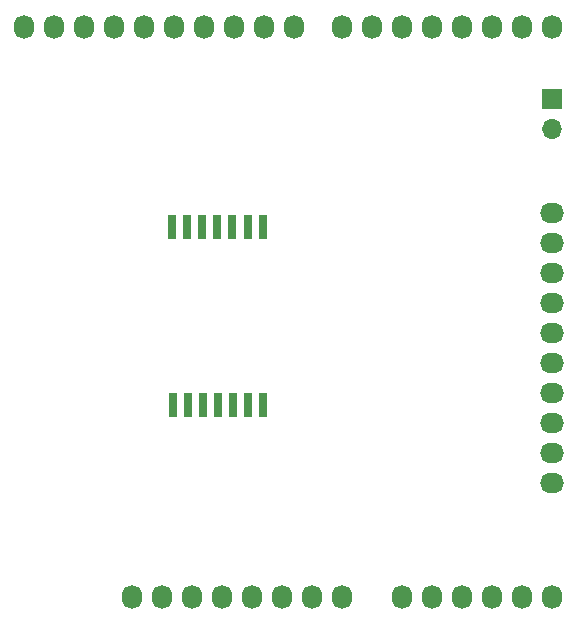
<source format=gbr>
G04 #@! TF.GenerationSoftware,KiCad,Pcbnew,(5.1.9-0-10_14)*
G04 #@! TF.CreationDate,2021-01-31T13:48:18+01:00*
G04 #@! TF.ProjectId,SX1280-Shield,53583132-3830-42d5-9368-69656c642e6b,rev?*
G04 #@! TF.SameCoordinates,Original*
G04 #@! TF.FileFunction,Soldermask,Top*
G04 #@! TF.FilePolarity,Negative*
%FSLAX46Y46*%
G04 Gerber Fmt 4.6, Leading zero omitted, Abs format (unit mm)*
G04 Created by KiCad (PCBNEW (5.1.9-0-10_14)) date 2021-01-31 13:48:18*
%MOMM*%
%LPD*%
G01*
G04 APERTURE LIST*
%ADD10R,0.800000X2.000000*%
%ADD11O,1.700000X1.700000*%
%ADD12R,1.700000X1.700000*%
%ADD13O,2.032000X1.727200*%
%ADD14O,1.727200X2.032000*%
G04 APERTURE END LIST*
D10*
X150026000Y-92449000D03*
X148756000Y-92449000D03*
X147426000Y-92449000D03*
X146156000Y-92449000D03*
X143616000Y-92449000D03*
X144886000Y-92449000D03*
X142346000Y-92449000D03*
X150026000Y-107549000D03*
X148756000Y-107549000D03*
X147486000Y-107549000D03*
X146216000Y-107549000D03*
X144946000Y-107549000D03*
X143676000Y-107549000D03*
X142406000Y-107549000D03*
D11*
X174498000Y-84201000D03*
D12*
X174498000Y-81661000D03*
D13*
X174498000Y-114173000D03*
X174498000Y-111633000D03*
X174498000Y-109093000D03*
X174498000Y-106553000D03*
X174498000Y-104013000D03*
X174498000Y-101473000D03*
X174498000Y-98933000D03*
X174498000Y-96393000D03*
X174498000Y-93853000D03*
X174498000Y-91313000D03*
D14*
X138938000Y-123825000D03*
X141478000Y-123825000D03*
X144018000Y-123825000D03*
X146558000Y-123825000D03*
X149098000Y-123825000D03*
X151638000Y-123825000D03*
X154178000Y-123825000D03*
X156718000Y-123825000D03*
X161798000Y-123825000D03*
X164338000Y-123825000D03*
X166878000Y-123825000D03*
X169418000Y-123825000D03*
X171958000Y-123825000D03*
X174498000Y-123825000D03*
X129794000Y-75565000D03*
X132334000Y-75565000D03*
X134874000Y-75565000D03*
X137414000Y-75565000D03*
X139954000Y-75565000D03*
X142494000Y-75565000D03*
X145034000Y-75565000D03*
X147574000Y-75565000D03*
X150114000Y-75565000D03*
X152654000Y-75565000D03*
X156718000Y-75565000D03*
X159258000Y-75565000D03*
X161798000Y-75565000D03*
X164338000Y-75565000D03*
X166878000Y-75565000D03*
X169418000Y-75565000D03*
X171958000Y-75565000D03*
X174498000Y-75565000D03*
M02*

</source>
